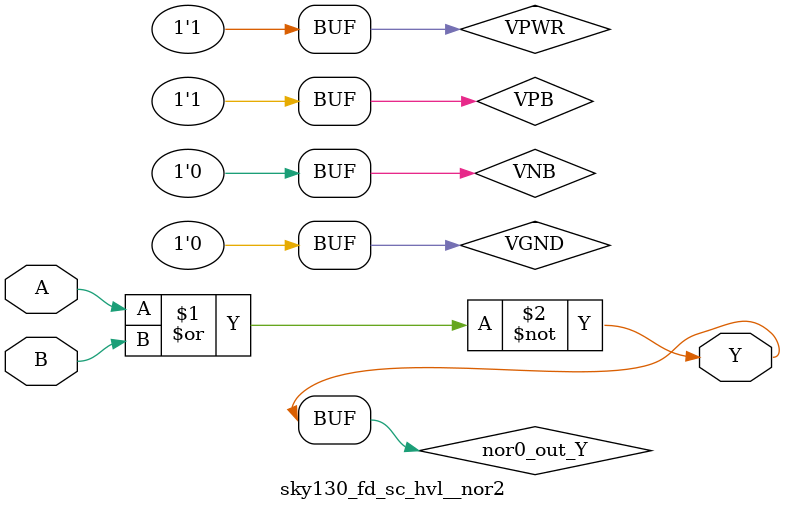
<source format=v>



module sky130_fd_sc_hvl__nor2 (
    Y,
    A,
    B
);

    output Y;
    input  A;
    input  B;

    supply1 VPWR;
    supply0 VGND;
    supply1 VPB ;
    supply0 VNB ;

    wire nor0_out_Y;

    nor nor0 (nor0_out_Y, A, B           );
    buf buf0 (Y         , nor0_out_Y     );

endmodule

</source>
